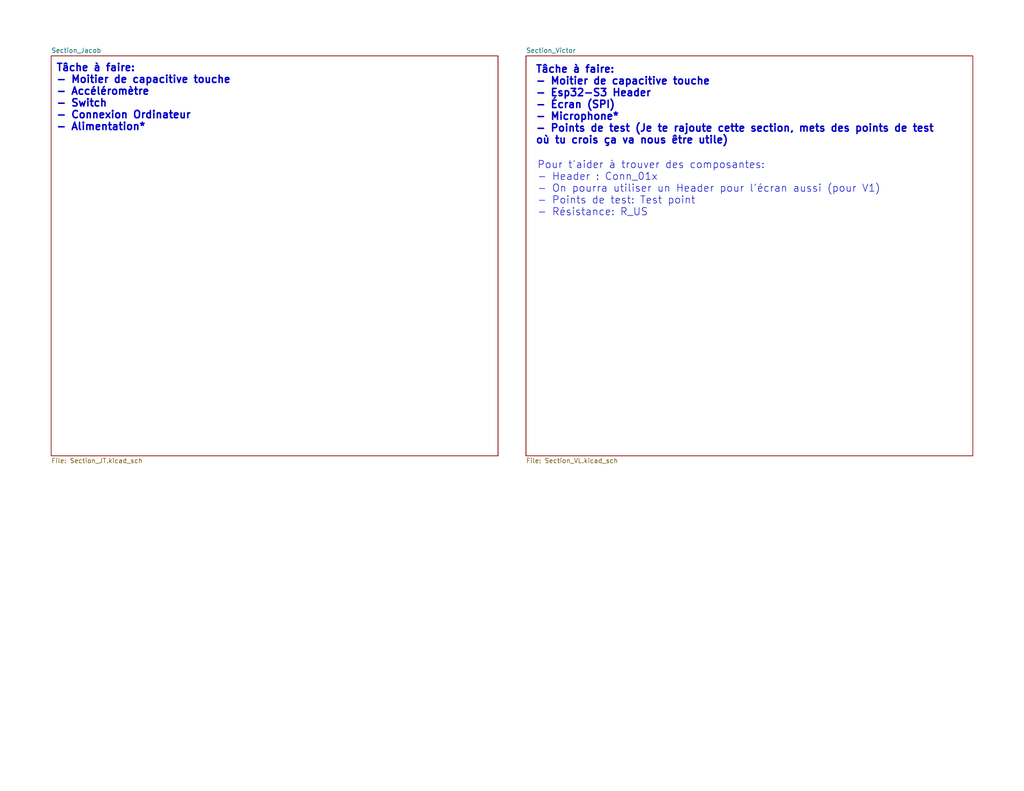
<source format=kicad_sch>
(kicad_sch
	(version 20231120)
	(generator "eeschema")
	(generator_version "8.0")
	(uuid "02a5dcc7-4b18-4a0b-b9f0-883e5dbce76c")
	(paper "USLetter")
	(title_block
		(title "V1_flappy_mouse")
		(date "2024-06-07")
		(rev "Rev . 1")
		(company "CCI UdeS")
		(comment 1 "Créer par:")
		(comment 2 "Victor Larose & Jacob Turcotte")
	)
	(lib_symbols)
	(text "Pour t'aider à trouver des composantes:\n- Header : Conn_01x\n- On pourra utiliser un Header pour l'écran aussi (pour V1)\n- Points de test: Test point\n- Résistance: R_US\n"
		(exclude_from_sim no)
		(at 146.558 51.562 0)
		(effects
			(font
				(size 2 2)
			)
			(justify left)
		)
		(uuid "711b065a-6811-4b16-994b-64dc74ed90f0")
	)
	(text "Tâche à faire:\n- Moitier de capacitive touche\n- Esp32-S3 Header\n- Écran (SPI)\n- Microphone*\n- Points de test (Je te rajoute cette section, mets des points de test \noù tu crois ça va nous être utile)"
		(exclude_from_sim no)
		(at 146.05 28.702 0)
		(effects
			(font
				(size 2 2)
				(thickness 0.4)
				(bold yes)
			)
			(justify left)
		)
		(uuid "c043ccb6-4c36-424b-9e6d-e875c643197c")
	)
	(text "Tâche à faire:\n- Moitier de capacitive touche\n- Accéléromètre\n- Switch\n- Connexion Ordinateur\n- Alimentation*"
		(exclude_from_sim no)
		(at 15.24 26.67 0)
		(effects
			(font
				(size 2 2)
				(thickness 0.4)
				(bold yes)
			)
			(justify left)
		)
		(uuid "d673033e-e3ab-42c2-b006-a3efe91c2c30")
	)
	(sheet
		(at 13.97 15.24)
		(size 121.92 109.22)
		(fields_autoplaced yes)
		(stroke
			(width 0.1524)
			(type solid)
		)
		(fill
			(color 0 0 0 0.0000)
		)
		(uuid "c9bdbe16-fb84-44c9-b5f6-cb197b4bed59")
		(property "Sheetname" "Section_Jacob"
			(at 13.97 14.5284 0)
			(effects
				(font
					(size 1.27 1.27)
				)
				(justify left bottom)
			)
		)
		(property "Sheetfile" "Section_JT.kicad_sch"
			(at 13.97 125.0446 0)
			(effects
				(font
					(size 1.27 1.27)
				)
				(justify left top)
			)
		)
		(instances
			(project "V1_flappy_mouse"
				(path "/02a5dcc7-4b18-4a0b-b9f0-883e5dbce76c"
					(page "2")
				)
			)
		)
	)
	(sheet
		(at 143.51 15.24)
		(size 121.92 109.22)
		(fields_autoplaced yes)
		(stroke
			(width 0.1524)
			(type solid)
		)
		(fill
			(color 0 0 0 0.0000)
		)
		(uuid "f86b3f71-a906-482f-8366-32910134182f")
		(property "Sheetname" "Section_Victor"
			(at 143.51 14.5284 0)
			(effects
				(font
					(size 1.27 1.27)
				)
				(justify left bottom)
			)
		)
		(property "Sheetfile" "Section_VL.kicad_sch"
			(at 143.51 125.0446 0)
			(effects
				(font
					(size 1.27 1.27)
				)
				(justify left top)
			)
		)
		(instances
			(project "V1_flappy_mouse"
				(path "/02a5dcc7-4b18-4a0b-b9f0-883e5dbce76c"
					(page "3")
				)
			)
		)
	)
	(sheet_instances
		(path "/"
			(page "1")
		)
	)
)
</source>
